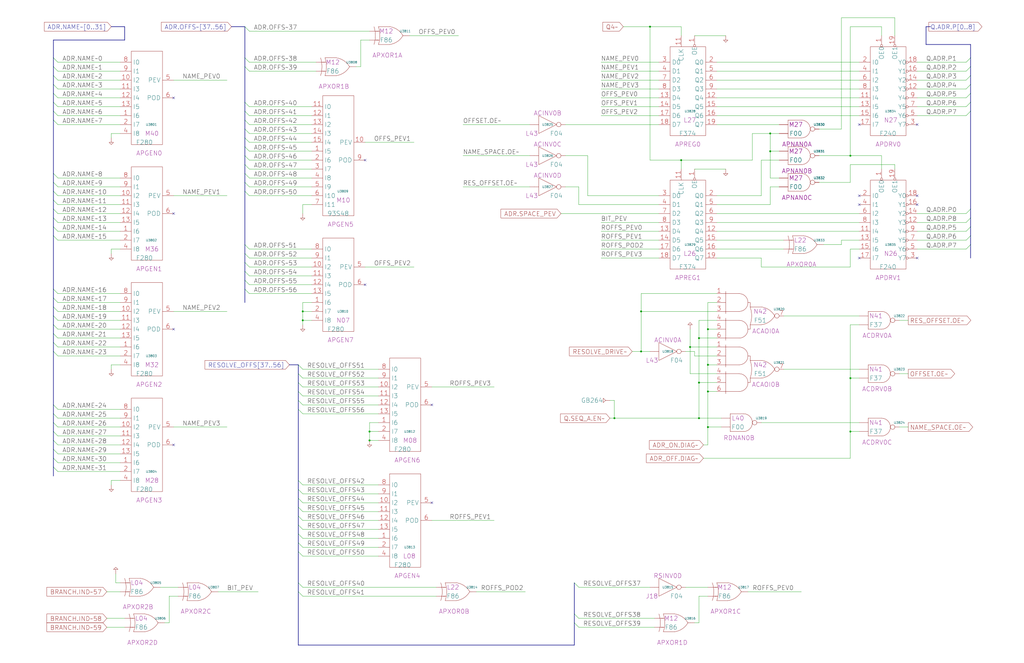
<source format=kicad_sch>
(kicad_sch (version 20221004) (generator eeschema)
  (paper "User" 584.2 378.46)
  (title_block (title "MEMORY ADDRESS PARITY") (date "22-MAY-90") (rev "1.0") (comment 1 "SEQUENCER") (comment 2 "232-003064") (comment 3 "S400") (comment 4 "RELEASED"))
  (junction (at 172.72 182.88))
  (junction (at 398.78 218.44))
  (junction (at 370.84 15.24))
  (junction (at 485.14 88.9))
  (junction (at 403.86 208.28))
  (junction (at 403.86 187.96))
  (junction (at 485.14 246.38))
  (junction (at 388.62 91.44))
  (junction (at 365.76 177.8))
  (junction (at 210.82 251.46))
  (junction (at 210.82 246.38))
  (junction (at 172.72 177.8))
  (junction (at 398.78 193.04))
  (junction (at 403.86 223.52))
  (junction (at 439.42 86.36))
  (junction (at 439.42 76.2))
  (junction (at 398.78 238.76))
  (junction (at 485.14 215.9))
  (junction (at 393.7 198.12))
  (junction (at 403.86 243.84))
  (junction (at 350.52 238.76))
  (junction (at 365.76 200.66))
  (no_connect (at 490.22 71.12))
  (no_connect (at 490.22 111.76))
  (no_connect (at 99.06 121.92))
  (no_connect (at 523.24 116.84))
  (no_connect (at 523.24 147.32))
  (no_connect (at 208.28 91.44))
  (no_connect (at 523.24 71.12))
  (no_connect (at 99.06 187.96))
  (no_connect (at 99.06 254))
  (no_connect (at 490.22 116.84))
  (no_connect (at 208.28 162.56))
  (no_connect (at 246.38 231.14))
  (no_connect (at 523.24 111.76))
  (no_connect (at 246.38 287.02))
  (no_connect (at 490.22 147.32))
  (no_connect (at 99.06 55.88))
  (bus_entry (at 30.48 38.1) (size 2.54 2.54))
  (bus_entry (at 170.18 314.96) (size 2.54 2.54))
  (bus_entry (at 139.7 99.06) (size 2.54 2.54))
  (bus_entry (at 30.48 241.3) (size 2.54 2.54))
  (bus_entry (at 139.7 154.94) (size 2.54 2.54))
  (bus_entry (at 170.18 294.64) (size 2.54 2.54))
  (bus_entry (at 553.72 139.7) (size -2.54 2.54))
  (bus_entry (at 170.18 223.52) (size 2.54 2.54))
  (bus_entry (at 139.7 104.14) (size 2.54 2.54))
  (bus_entry (at 170.18 279.4) (size 2.54 2.54))
  (bus_entry (at 553.72 124.46) (size -2.54 2.54))
  (bus_entry (at 139.7 68.58) (size 2.54 2.54))
  (bus_entry (at 139.7 73.66) (size 2.54 2.54))
  (bus_entry (at 30.48 43.18) (size 2.54 2.54))
  (bus_entry (at 30.48 99.06) (size 2.54 2.54))
  (bus_entry (at 30.48 33.02) (size 2.54 2.54))
  (bus_entry (at 327.66 350.52) (size 2.54 2.54))
  (bus_entry (at 553.72 48.26) (size -2.54 2.54))
  (bus_entry (at 327.66 332.74) (size 2.54 2.54))
  (bus_entry (at 139.7 15.24) (size 2.54 2.54))
  (bus_entry (at 139.7 139.7) (size 2.54 2.54))
  (bus_entry (at 30.48 119.38) (size 2.54 2.54))
  (bus_entry (at 30.48 134.62) (size 2.54 2.54))
  (bus_entry (at 139.7 88.9) (size 2.54 2.54))
  (bus_entry (at 139.7 63.5) (size 2.54 2.54))
  (bus_entry (at 170.18 233.68) (size 2.54 2.54))
  (bus_entry (at 170.18 274.32) (size 2.54 2.54))
  (bus_entry (at 30.48 109.22) (size 2.54 2.54))
  (bus_entry (at 30.48 175.26) (size 2.54 2.54))
  (bus_entry (at 170.18 218.44) (size 2.54 2.54))
  (bus_entry (at 170.18 284.48) (size 2.54 2.54))
  (bus_entry (at 30.48 195.58) (size 2.54 2.54))
  (bus_entry (at 30.48 58.42) (size 2.54 2.54))
  (bus_entry (at 30.48 129.54) (size 2.54 2.54))
  (bus_entry (at 139.7 38.1) (size 2.54 2.54))
  (bus_entry (at 30.48 190.5) (size 2.54 2.54))
  (bus_entry (at 30.48 68.58) (size 2.54 2.54))
  (bus_entry (at 30.48 266.7) (size 2.54 2.54))
  (bus_entry (at 170.18 289.56) (size 2.54 2.54))
  (bus_entry (at 170.18 208.28) (size 2.54 2.54))
  (bus_entry (at 553.72 129.54) (size -2.54 2.54))
  (bus_entry (at 553.72 38.1) (size -2.54 2.54))
  (bus_entry (at 139.7 83.82) (size 2.54 2.54))
  (bus_entry (at 170.18 332.74) (size 2.54 2.54))
  (bus_entry (at 30.48 180.34) (size 2.54 2.54))
  (bus_entry (at 30.48 236.22) (size 2.54 2.54))
  (bus_entry (at 30.48 170.18) (size 2.54 2.54))
  (bus_entry (at 30.48 63.5) (size 2.54 2.54))
  (bus_entry (at 30.48 53.34) (size 2.54 2.54))
  (bus_entry (at 170.18 228.6) (size 2.54 2.54))
  (bus_entry (at 30.48 185.42) (size 2.54 2.54))
  (bus_entry (at 30.48 251.46) (size 2.54 2.54))
  (bus_entry (at 30.48 104.14) (size 2.54 2.54))
  (bus_entry (at 170.18 304.8) (size 2.54 2.54))
  (bus_entry (at 553.72 134.62) (size -2.54 2.54))
  (bus_entry (at 30.48 124.46) (size 2.54 2.54))
  (bus_entry (at 170.18 337.82) (size 2.54 2.54))
  (bus_entry (at 139.7 160.02) (size 2.54 2.54))
  (bus_entry (at 30.48 256.54) (size 2.54 2.54))
  (bus_entry (at 327.66 355.6) (size 2.54 2.54))
  (bus_entry (at 170.18 213.36) (size 2.54 2.54))
  (bus_entry (at 30.48 200.66) (size 2.54 2.54))
  (bus_entry (at 30.48 261.62) (size 2.54 2.54))
  (bus_entry (at 170.18 309.88) (size 2.54 2.54))
  (bus_entry (at 139.7 144.78) (size 2.54 2.54))
  (bus_entry (at 553.72 33.02) (size -2.54 2.54))
  (bus_entry (at 170.18 299.72) (size 2.54 2.54))
  (bus_entry (at 553.72 58.42) (size -2.54 2.54))
  (bus_entry (at 553.72 53.34) (size -2.54 2.54))
  (bus_entry (at 139.7 33.02) (size 2.54 2.54))
  (bus_entry (at 553.72 43.18) (size -2.54 2.54))
  (bus_entry (at 139.7 149.86) (size 2.54 2.54))
  (bus_entry (at 30.48 114.3) (size 2.54 2.54))
  (bus_entry (at 139.7 78.74) (size 2.54 2.54))
  (bus_entry (at 139.7 109.22) (size 2.54 2.54))
  (bus_entry (at 139.7 93.98) (size 2.54 2.54))
  (bus_entry (at 553.72 119.38) (size -2.54 2.54))
  (bus_entry (at 30.48 231.14) (size 2.54 2.54))
  (bus_entry (at 553.72 63.5) (size -2.54 2.54))
  (bus_entry (at 30.48 246.38) (size 2.54 2.54))
  (bus_entry (at 139.7 165.1) (size 2.54 2.54))
  (bus_entry (at 30.48 48.26) (size 2.54 2.54))
  (bus_entry (at 30.48 165.1) (size 2.54 2.54))
  (bus_entry (at 139.7 58.42) (size 2.54 2.54))
  (wire (pts (xy 63.5 208.28) (xy 63.5 210.82)))
  (wire (pts (xy 142.24 71.12) (xy 177.8 71.12)))
  (wire (pts (xy 480.06 137.16) (xy 490.22 137.16)))
  (bus (pts (xy 30.48 180.34) (xy 30.48 185.42)))
  (wire (pts (xy 142.24 106.68) (xy 177.8 106.68)))
  (wire (pts (xy 322.58 71.12) (xy 375.92 71.12)))
  (wire (pts (xy 467.36 88.9) (xy 485.14 88.9)))
  (wire (pts (xy 447.04 210.82) (xy 490.22 210.82)))
  (wire (pts (xy 408.94 121.92) (xy 490.22 121.92)))
  (wire (pts (xy 33.02 203.2) (xy 68.58 203.2)))
  (wire (pts (xy 68.58 274.32) (xy 63.5 274.32)))
  (wire (pts (xy 172.72 177.8) (xy 172.72 182.88)))
  (bus (pts (xy 553.72 43.18) (xy 553.72 48.26)))
  (wire (pts (xy 396.24 96.52) (xy 414.02 96.52)))
  (wire (pts (xy 485.14 15.24) (xy 502.92 15.24)))
  (wire (pts (xy 33.02 45.72) (xy 68.58 45.72)))
  (wire (pts (xy 142.24 17.78) (xy 210.82 17.78)))
  (bus (pts (xy 30.48 43.18) (xy 30.48 48.26)))
  (wire (pts (xy 210.82 22.86) (xy 205.74 22.86)))
  (wire (pts (xy 398.78 218.44) (xy 408.94 218.44)))
  (wire (pts (xy 408.94 35.56) (xy 490.22 35.56)))
  (wire (pts (xy 502.92 88.9) (xy 502.92 96.52)))
  (wire (pts (xy 485.14 261.62) (xy 485.14 246.38)))
  (wire (pts (xy 403.86 223.52) (xy 403.86 243.84)))
  (wire (pts (xy 388.62 91.44) (xy 429.26 91.44)))
  (bus (pts (xy 139.7 88.9) (xy 139.7 93.98)))
  (wire (pts (xy 523.24 66.04) (xy 551.18 66.04)))
  (bus (pts (xy 170.18 274.32) (xy 170.18 279.4)))
  (wire (pts (xy 485.14 152.4) (xy 485.14 142.24)))
  (wire (pts (xy 246.38 297.18) (xy 281.94 297.18)))
  (bus (pts (xy 30.48 256.54) (xy 30.48 261.62)))
  (wire (pts (xy 355.6 15.24) (xy 370.84 15.24)))
  (bus (pts (xy 30.48 175.26) (xy 30.48 180.34)))
  (wire (pts (xy 388.62 91.44) (xy 370.84 91.44)))
  (wire (pts (xy 203.2 38.1) (xy 205.74 38.1)))
  (wire (pts (xy 513.08 243.84) (xy 518.16 243.84)))
  (wire (pts (xy 485.14 246.38) (xy 485.14 215.9)))
  (wire (pts (xy 172.72 276.86) (xy 215.9 276.86)))
  (wire (pts (xy 391.16 335.28) (xy 403.86 335.28)))
  (wire (pts (xy 33.02 187.96) (xy 68.58 187.96)))
  (bus (pts (xy 553.72 25.4) (xy 528.32 25.4)))
  (bus (pts (xy 327.66 350.52) (xy 327.66 355.6)))
  (bus (pts (xy 71.12 15.24) (xy 71.12 22.86)))
  (wire (pts (xy 370.84 91.44) (xy 370.84 15.24)))
  (wire (pts (xy 444.5 101.6) (xy 439.42 101.6)))
  (bus (pts (xy 553.72 119.38) (xy 553.72 124.46)))
  (wire (pts (xy 408.94 208.28) (xy 403.86 208.28)))
  (wire (pts (xy 396.24 200.66) (xy 396.24 203.2)))
  (wire (pts (xy 264.16 106.68) (xy 302.26 106.68)))
  (wire (pts (xy 99.06 177.8) (xy 129.54 177.8)))
  (bus (pts (xy 553.72 48.26) (xy 553.72 53.34)))
  (wire (pts (xy 469.9 139.7) (xy 480.06 139.7)))
  (wire (pts (xy 391.16 200.66) (xy 396.24 200.66)))
  (wire (pts (xy 485.14 185.42) (xy 490.22 185.42)))
  (wire (pts (xy 403.86 187.96) (xy 403.86 172.72)))
  (bus (pts (xy 553.72 38.1) (xy 553.72 43.18)))
  (wire (pts (xy 63.5 142.24) (xy 63.5 144.78)))
  (wire (pts (xy 398.78 193.04) (xy 408.94 193.04)))
  (wire (pts (xy 398.78 218.44) (xy 398.78 238.76)))
  (bus (pts (xy 170.18 213.36) (xy 170.18 218.44)))
  (bus (pts (xy 139.7 58.42) (xy 139.7 63.5)))
  (wire (pts (xy 246.38 220.98) (xy 281.94 220.98)))
  (wire (pts (xy 439.42 116.84) (xy 439.42 106.68)))
  (wire (pts (xy 33.02 233.68) (xy 68.58 233.68)))
  (wire (pts (xy 401.32 254) (xy 403.86 254)))
  (wire (pts (xy 91.44 335.28) (xy 101.6 335.28)))
  (wire (pts (xy 347.98 228.6) (xy 350.52 228.6)))
  (wire (pts (xy 434.34 241.3) (xy 490.22 241.3)))
  (wire (pts (xy 142.24 147.32) (xy 177.8 147.32)))
  (bus (pts (xy 30.48 68.58) (xy 30.48 99.06)))
  (bus (pts (xy 170.18 208.28) (xy 170.18 213.36)))
  (wire (pts (xy 439.42 76.2) (xy 444.5 76.2)))
  (bus (pts (xy 30.48 63.5) (xy 30.48 68.58)))
  (wire (pts (xy 271.78 337.82) (xy 299.72 337.82)))
  (wire (pts (xy 485.14 215.9) (xy 485.14 185.42)))
  (wire (pts (xy 523.24 40.64) (xy 551.18 40.64)))
  (wire (pts (xy 396.24 20.32) (xy 414.02 20.32)))
  (bus (pts (xy 553.72 124.46) (xy 553.72 129.54)))
  (bus (pts (xy 553.72 134.62) (xy 553.72 139.7)))
  (wire (pts (xy 177.8 172.72) (xy 172.72 172.72)))
  (bus (pts (xy 327.66 368.3) (xy 170.18 368.3)))
  (wire (pts (xy 172.72 307.34) (xy 215.9 307.34)))
  (bus (pts (xy 30.48 129.54) (xy 30.48 134.62)))
  (wire (pts (xy 172.72 297.18) (xy 215.9 297.18)))
  (bus (pts (xy 553.72 129.54) (xy 553.72 134.62)))
  (wire (pts (xy 330.2 358.14) (xy 373.38 358.14)))
  (bus (pts (xy 30.48 33.02) (xy 30.48 38.1)))
  (wire (pts (xy 350.52 228.6) (xy 350.52 238.76)))
  (wire (pts (xy 408.94 66.04) (xy 490.22 66.04)))
  (wire (pts (xy 439.42 86.36) (xy 444.5 86.36)))
  (wire (pts (xy 523.24 45.72) (xy 551.18 45.72)))
  (wire (pts (xy 215.9 241.3) (xy 210.82 241.3)))
  (wire (pts (xy 408.94 55.88) (xy 490.22 55.88)))
  (bus (pts (xy 30.48 109.22) (xy 30.48 114.3)))
  (wire (pts (xy 408.94 60.96) (xy 490.22 60.96)))
  (bus (pts (xy 139.7 144.78) (xy 139.7 149.86)))
  (wire (pts (xy 172.72 220.98) (xy 215.9 220.98)))
  (wire (pts (xy 408.94 213.36) (xy 393.7 213.36)))
  (wire (pts (xy 142.24 35.56) (xy 180.34 35.56)))
  (bus (pts (xy 170.18 233.68) (xy 170.18 274.32)))
  (wire (pts (xy 342.9 142.24) (xy 375.92 142.24)))
  (wire (pts (xy 330.2 116.84) (xy 375.92 116.84)))
  (wire (pts (xy 172.72 340.36) (xy 248.92 340.36)))
  (wire (pts (xy 172.72 317.5) (xy 215.9 317.5)))
  (wire (pts (xy 33.02 35.56) (xy 68.58 35.56)))
  (wire (pts (xy 33.02 137.16) (xy 68.58 137.16)))
  (bus (pts (xy 30.48 241.3) (xy 30.48 246.38)))
  (wire (pts (xy 403.86 243.84) (xy 403.86 254)))
  (bus (pts (xy 30.48 200.66) (xy 30.48 231.14)))
  (wire (pts (xy 210.82 246.38) (xy 210.82 251.46)))
  (wire (pts (xy 408.94 45.72) (xy 490.22 45.72)))
  (wire (pts (xy 33.02 121.92) (xy 68.58 121.92)))
  (bus (pts (xy 553.72 53.34) (xy 553.72 58.42)))
  (wire (pts (xy 33.02 198.12) (xy 68.58 198.12)))
  (wire (pts (xy 172.72 281.94) (xy 215.9 281.94)))
  (wire (pts (xy 403.86 208.28) (xy 403.86 187.96)))
  (wire (pts (xy 33.02 167.64) (xy 68.58 167.64)))
  (bus (pts (xy 139.7 160.02) (xy 139.7 165.1)))
  (wire (pts (xy 408.94 147.32) (xy 434.34 147.32)))
  (wire (pts (xy 142.24 91.44) (xy 177.8 91.44)))
  (wire (pts (xy 172.72 177.8) (xy 177.8 177.8)))
  (wire (pts (xy 388.62 96.52) (xy 388.62 91.44)))
  (wire (pts (xy 60.96 358.14) (xy 71.12 358.14)))
  (bus (pts (xy 327.66 355.6) (xy 327.66 368.3)))
  (wire (pts (xy 233.68 20.32) (xy 261.62 20.32)))
  (wire (pts (xy 434.34 152.4) (xy 485.14 152.4)))
  (wire (pts (xy 434.34 111.76) (xy 434.34 91.44)))
  (bus (pts (xy 528.32 15.24) (xy 530.86 15.24)))
  (wire (pts (xy 210.82 251.46) (xy 215.9 251.46)))
  (wire (pts (xy 172.72 210.82) (xy 215.9 210.82)))
  (bus (pts (xy 139.7 63.5) (xy 139.7 68.58)))
  (bus (pts (xy 30.48 231.14) (xy 30.48 236.22)))
  (bus (pts (xy 170.18 218.44) (xy 170.18 223.52)))
  (bus (pts (xy 139.7 99.06) (xy 139.7 104.14)))
  (wire (pts (xy 172.72 231.14) (xy 215.9 231.14)))
  (wire (pts (xy 429.26 91.44) (xy 429.26 76.2)))
  (bus (pts (xy 165.1 208.28) (xy 170.18 208.28)))
  (wire (pts (xy 408.94 127) (xy 490.22 127)))
  (wire (pts (xy 403.86 223.52) (xy 403.86 208.28)))
  (bus (pts (xy 139.7 78.74) (xy 139.7 83.82)))
  (bus (pts (xy 139.7 165.1) (xy 139.7 172.72)))
  (wire (pts (xy 396.24 203.2) (xy 408.94 203.2)))
  (wire (pts (xy 33.02 50.8) (xy 68.58 50.8)))
  (bus (pts (xy 528.32 25.4) (xy 528.32 15.24)))
  (wire (pts (xy 439.42 86.36) (xy 439.42 76.2)))
  (wire (pts (xy 434.34 147.32) (xy 434.34 152.4)))
  (bus (pts (xy 170.18 332.74) (xy 170.18 337.82)))
  (bus (pts (xy 30.48 53.34) (xy 30.48 58.42)))
  (wire (pts (xy 124.46 337.82) (xy 147.32 337.82)))
  (wire (pts (xy 408.94 198.12) (xy 393.7 198.12)))
  (wire (pts (xy 264.16 71.12) (xy 302.26 71.12)))
  (wire (pts (xy 403.86 340.36) (xy 398.78 340.36)))
  (wire (pts (xy 210.82 241.3) (xy 210.82 246.38)))
  (wire (pts (xy 172.72 182.88) (xy 172.72 185.42)))
  (wire (pts (xy 360.68 200.66) (xy 365.76 200.66)))
  (wire (pts (xy 365.76 167.64) (xy 408.94 167.64)))
  (bus (pts (xy 132.08 15.24) (xy 139.7 15.24)))
  (wire (pts (xy 342.9 132.08) (xy 375.92 132.08)))
  (bus (pts (xy 139.7 139.7) (xy 139.7 144.78)))
  (wire (pts (xy 322.58 88.9) (xy 335.28 88.9)))
  (wire (pts (xy 172.72 287.02) (xy 215.9 287.02)))
  (wire (pts (xy 523.24 60.96) (xy 551.18 60.96)))
  (wire (pts (xy 523.24 132.08) (xy 551.18 132.08)))
  (wire (pts (xy 172.72 236.22) (xy 215.9 236.22)))
  (wire (pts (xy 523.24 137.16) (xy 551.18 137.16)))
  (wire (pts (xy 439.42 106.68) (xy 444.5 106.68)))
  (wire (pts (xy 60.96 353.06) (xy 71.12 353.06)))
  (wire (pts (xy 33.02 177.8) (xy 68.58 177.8)))
  (wire (pts (xy 177.8 116.84) (xy 172.72 116.84)))
  (bus (pts (xy 553.72 139.7) (xy 553.72 147.32)))
  (bus (pts (xy 139.7 33.02) (xy 139.7 38.1)))
  (bus (pts (xy 139.7 15.24) (xy 139.7 33.02)))
  (bus (pts (xy 170.18 309.88) (xy 170.18 314.96)))
  (bus (pts (xy 553.72 58.42) (xy 553.72 63.5)))
  (wire (pts (xy 350.52 238.76) (xy 398.78 238.76)))
  (bus (pts (xy 30.48 114.3) (xy 30.48 119.38)))
  (wire (pts (xy 142.24 40.64) (xy 180.34 40.64)))
  (wire (pts (xy 485.14 104.14) (xy 485.14 93.98)))
  (wire (pts (xy 172.72 302.26) (xy 215.9 302.26)))
  (wire (pts (xy 485.14 93.98) (xy 510.54 93.98)))
  (bus (pts (xy 30.48 246.38) (xy 30.48 251.46)))
  (wire (pts (xy 172.72 335.28) (xy 248.92 335.28)))
  (bus (pts (xy 30.48 170.18) (xy 30.48 175.26)))
  (bus (pts (xy 139.7 149.86) (xy 139.7 154.94)))
  (bus (pts (xy 30.48 251.46) (xy 30.48 256.54)))
  (bus (pts (xy 139.7 104.14) (xy 139.7 109.22)))
  (bus (pts (xy 30.48 236.22) (xy 30.48 241.3)))
  (wire (pts (xy 523.24 35.56) (xy 551.18 35.56)))
  (wire (pts (xy 142.24 60.96) (xy 177.8 60.96)))
  (wire (pts (xy 396.24 355.6) (xy 398.78 355.6)))
  (wire (pts (xy 142.24 66.04) (xy 177.8 66.04)))
  (wire (pts (xy 142.24 111.76) (xy 177.8 111.76)))
  (bus (pts (xy 139.7 73.66) (xy 139.7 78.74)))
  (bus (pts (xy 30.48 104.14) (xy 30.48 109.22)))
  (wire (pts (xy 96.52 355.6) (xy 96.52 340.36)))
  (wire (pts (xy 485.14 88.9) (xy 485.14 15.24)))
  (wire (pts (xy 342.9 60.96) (xy 375.92 60.96)))
  (wire (pts (xy 335.28 111.76) (xy 375.92 111.76)))
  (bus (pts (xy 30.48 261.62) (xy 30.48 266.7)))
  (wire (pts (xy 398.78 238.76) (xy 411.48 238.76)))
  (bus (pts (xy 30.48 22.86) (xy 30.48 33.02)))
  (wire (pts (xy 523.24 55.88) (xy 551.18 55.88)))
  (wire (pts (xy 142.24 152.4) (xy 177.8 152.4)))
  (wire (pts (xy 408.94 182.88) (xy 398.78 182.88)))
  (wire (pts (xy 342.9 137.16) (xy 375.92 137.16)))
  (wire (pts (xy 33.02 55.88) (xy 68.58 55.88)))
  (wire (pts (xy 142.24 162.56) (xy 177.8 162.56)))
  (bus (pts (xy 30.48 266.7) (xy 30.48 271.78)))
  (wire (pts (xy 208.28 152.4) (xy 236.22 152.4)))
  (wire (pts (xy 510.54 93.98) (xy 510.54 96.52)))
  (bus (pts (xy 170.18 279.4) (xy 170.18 284.48)))
  (wire (pts (xy 172.72 116.84) (xy 172.72 121.92)))
  (wire (pts (xy 365.76 200.66) (xy 365.76 177.8)))
  (wire (pts (xy 208.28 81.28) (xy 236.22 81.28)))
  (wire (pts (xy 93.98 355.6) (xy 96.52 355.6)))
  (bus (pts (xy 170.18 223.52) (xy 170.18 228.6)))
  (wire (pts (xy 370.84 15.24) (xy 388.62 15.24)))
  (wire (pts (xy 523.24 121.92) (xy 551.18 121.92)))
  (bus (pts (xy 30.48 99.06) (xy 30.48 104.14)))
  (wire (pts (xy 485.14 246.38) (xy 490.22 246.38)))
  (bus (pts (xy 170.18 289.56) (xy 170.18 294.64)))
  (bus (pts (xy 139.7 83.82) (xy 139.7 88.9)))
  (bus (pts (xy 30.48 38.1) (xy 30.48 43.18)))
  (wire (pts (xy 33.02 106.68) (xy 68.58 106.68)))
  (wire (pts (xy 429.26 76.2) (xy 439.42 76.2)))
  (wire (pts (xy 33.02 71.12) (xy 68.58 71.12)))
  (wire (pts (xy 342.9 35.56) (xy 375.92 35.56)))
  (wire (pts (xy 480.06 139.7) (xy 480.06 137.16)))
  (bus (pts (xy 170.18 304.8) (xy 170.18 309.88)))
  (bus (pts (xy 71.12 22.86) (xy 30.48 22.86)))
  (wire (pts (xy 485.14 215.9) (xy 490.22 215.9)))
  (wire (pts (xy 33.02 269.24) (xy 68.58 269.24)))
  (wire (pts (xy 393.7 198.12) (xy 393.7 187.96)))
  (wire (pts (xy 398.78 340.36) (xy 398.78 355.6)))
  (bus (pts (xy 139.7 154.94) (xy 139.7 160.02)))
  (wire (pts (xy 401.32 261.62) (xy 485.14 261.62)))
  (bus (pts (xy 139.7 109.22) (xy 139.7 139.7)))
  (wire (pts (xy 172.72 172.72) (xy 172.72 177.8)))
  (wire (pts (xy 510.54 10.16) (xy 510.54 20.32)))
  (wire (pts (xy 99.06 45.72) (xy 129.54 45.72)))
  (wire (pts (xy 388.62 15.24) (xy 388.62 20.32)))
  (wire (pts (xy 60.96 337.82) (xy 68.58 337.82)))
  (wire (pts (xy 33.02 132.08) (xy 68.58 132.08)))
  (wire (pts (xy 330.2 106.68) (xy 330.2 116.84)))
  (bus (pts (xy 327.66 332.74) (xy 327.66 350.52)))
  (wire (pts (xy 172.72 215.9) (xy 215.9 215.9)))
  (wire (pts (xy 68.58 76.2) (xy 63.5 76.2)))
  (bus (pts (xy 30.48 190.5) (xy 30.48 195.58)))
  (wire (pts (xy 63.5 76.2) (xy 63.5 78.74)))
  (wire (pts (xy 33.02 259.08) (xy 68.58 259.08)))
  (wire (pts (xy 502.92 15.24) (xy 502.92 20.32)))
  (wire (pts (xy 347.98 238.76) (xy 350.52 238.76)))
  (wire (pts (xy 142.24 101.6) (xy 177.8 101.6)))
  (wire (pts (xy 523.24 127) (xy 551.18 127)))
  (wire (pts (xy 408.94 40.64) (xy 490.22 40.64)))
  (wire (pts (xy 365.76 177.8) (xy 408.94 177.8)))
  (wire (pts (xy 33.02 60.96) (xy 68.58 60.96)))
  (wire (pts (xy 426.72 337.82) (xy 457.2 337.82)))
  (bus (pts (xy 170.18 337.82) (xy 170.18 368.3)))
  (wire (pts (xy 33.02 127) (xy 68.58 127)))
  (wire (pts (xy 447.04 180.34) (xy 490.22 180.34)))
  (bus (pts (xy 553.72 63.5) (xy 553.72 119.38)))
  (bus (pts (xy 553.72 33.02) (xy 553.72 38.1)))
  (wire (pts (xy 99.06 243.84) (xy 129.54 243.84)))
  (wire (pts (xy 33.02 243.84) (xy 68.58 243.84)))
  (wire (pts (xy 205.74 22.86) (xy 205.74 38.1)))
  (wire (pts (xy 33.02 101.6) (xy 68.58 101.6)))
  (wire (pts (xy 33.02 248.92) (xy 68.58 248.92)))
  (wire (pts (xy 342.9 50.8) (xy 375.92 50.8)))
  (wire (pts (xy 172.72 292.1) (xy 215.9 292.1)))
  (bus (pts (xy 170.18 228.6) (xy 170.18 233.68)))
  (wire (pts (xy 142.24 76.2) (xy 177.8 76.2)))
  (wire (pts (xy 330.2 335.28) (xy 370.84 335.28)))
  (wire (pts (xy 320.04 121.92) (xy 375.92 121.92)))
  (wire (pts (xy 96.52 340.36) (xy 101.6 340.36)))
  (wire (pts (xy 480.06 10.16) (xy 510.54 10.16)))
  (wire (pts (xy 403.86 187.96) (xy 408.94 187.96)))
  (bus (pts (xy 30.48 195.58) (xy 30.48 200.66)))
  (wire (pts (xy 403.86 172.72) (xy 408.94 172.72)))
  (wire (pts (xy 342.9 45.72) (xy 375.92 45.72)))
  (bus (pts (xy 139.7 68.58) (xy 139.7 73.66)))
  (wire (pts (xy 210.82 246.38) (xy 215.9 246.38)))
  (wire (pts (xy 33.02 264.16) (xy 68.58 264.16)))
  (wire (pts (xy 142.24 86.36) (xy 177.8 86.36)))
  (wire (pts (xy 342.9 66.04) (xy 375.92 66.04)))
  (bus (pts (xy 30.48 124.46) (xy 30.48 129.54)))
  (wire (pts (xy 99.06 111.76) (xy 129.54 111.76)))
  (bus (pts (xy 139.7 38.1) (xy 139.7 58.42)))
  (wire (pts (xy 33.02 172.72) (xy 68.58 172.72)))
  (bus (pts (xy 553.72 25.4) (xy 553.72 33.02)))
  (wire (pts (xy 68.58 332.74) (xy 66.04 332.74)))
  (wire (pts (xy 33.02 238.76) (xy 68.58 238.76)))
  (wire (pts (xy 398.78 182.88) (xy 398.78 193.04)))
  (wire (pts (xy 142.24 96.52) (xy 177.8 96.52)))
  (wire (pts (xy 33.02 193.04) (xy 68.58 193.04)))
  (wire (pts (xy 335.28 88.9) (xy 335.28 111.76)))
  (wire (pts (xy 408.94 137.16) (xy 447.04 137.16)))
  (wire (pts (xy 33.02 182.88) (xy 68.58 182.88)))
  (wire (pts (xy 434.34 91.44) (xy 444.5 91.44)))
  (wire (pts (xy 63.5 274.32) (xy 63.5 276.86)))
  (wire (pts (xy 480.06 73.66) (xy 480.06 10.16)))
  (bus (pts (xy 139.7 93.98) (xy 139.7 99.06)))
  (wire (pts (xy 485.14 142.24) (xy 490.22 142.24)))
  (wire (pts (xy 172.72 312.42) (xy 215.9 312.42)))
  (bus (pts (xy 170.18 284.48) (xy 170.18 289.56)))
  (wire (pts (xy 513.08 213.36) (xy 518.16 213.36)))
  (bus (pts (xy 30.48 58.42) (xy 30.48 63.5)))
  (wire (pts (xy 513.08 182.88) (xy 518.16 182.88)))
  (wire (pts (xy 467.36 73.66) (xy 480.06 73.66)))
  (bus (pts (xy 30.48 165.1) (xy 30.48 170.18)))
  (wire (pts (xy 523.24 142.24) (xy 551.18 142.24)))
  (wire (pts (xy 485.14 88.9) (xy 502.92 88.9)))
  (wire (pts (xy 408.94 111.76) (xy 434.34 111.76)))
  (wire (pts (xy 411.48 243.84) (xy 403.86 243.84)))
  (wire (pts (xy 142.24 157.48) (xy 177.8 157.48)))
  (wire (pts (xy 142.24 142.24) (xy 177.8 142.24)))
  (bus (pts (xy 30.48 48.26) (xy 30.48 53.34)))
  (wire (pts (xy 342.9 127) (xy 375.92 127)))
  (wire (pts (xy 172.72 182.88) (xy 177.8 182.88)))
  (wire (pts (xy 467.36 104.14) (xy 485.14 104.14)))
  (bus (pts (xy 30.48 134.62) (xy 30.48 165.1)))
  (wire (pts (xy 408.94 116.84) (xy 439.42 116.84)))
  (wire (pts (xy 33.02 116.84) (xy 68.58 116.84)))
  (bus (pts (xy 30.48 119.38) (xy 30.48 124.46)))
  (wire (pts (xy 142.24 81.28) (xy 177.8 81.28)))
  (wire (pts (xy 142.24 167.64) (xy 177.8 167.64)))
  (wire (pts (xy 342.9 147.32) (xy 375.92 147.32)))
  (wire (pts (xy 68.58 208.28) (xy 63.5 208.28)))
  (wire (pts (xy 322.58 106.68) (xy 330.2 106.68)))
  (wire (pts (xy 33.02 111.76) (xy 68.58 111.76)))
  (wire (pts (xy 408.94 132.08) (xy 490.22 132.08)))
  (wire (pts (xy 408.94 142.24) (xy 447.04 142.24)))
  (wire (pts (xy 264.16 88.9) (xy 302.26 88.9)))
  (wire (pts (xy 172.72 226.06) (xy 215.9 226.06)))
  (wire (pts (xy 33.02 66.04) (xy 68.58 66.04)))
  (wire (pts (xy 439.42 101.6) (xy 439.42 86.36)))
  (wire (pts (xy 408.94 71.12) (xy 444.5 71.12)))
  (wire (pts (xy 370.84 200.66) (xy 365.76 200.66)))
  (wire (pts (xy 33.02 254) (xy 68.58 254)))
  (bus (pts (xy 170.18 314.96) (xy 170.18 332.74)))
  (wire (pts (xy 342.9 40.64) (xy 375.92 40.64)))
  (bus (pts (xy 170.18 294.64) (xy 170.18 299.72)))
  (wire (pts (xy 398.78 193.04) (xy 398.78 218.44)))
  (wire (pts (xy 523.24 50.8) (xy 551.18 50.8)))
  (wire (pts (xy 408.94 223.52) (xy 403.86 223.52)))
  (bus (pts (xy 63.5 15.24) (xy 71.12 15.24)))
  (wire (pts (xy 393.7 213.36) (xy 393.7 198.12)))
  (bus (pts (xy 30.48 185.42) (xy 30.48 190.5)))
  (wire (pts (xy 33.02 40.64) (xy 68.58 40.64)))
  (wire (pts (xy 68.58 142.24) (xy 63.5 142.24)))
  (wire (pts (xy 365.76 177.8) (xy 365.76 167.64)))
  (wire (pts (xy 66.04 332.74) (xy 66.04 327.66)))
  (wire (pts (xy 330.2 353.06) (xy 373.38 353.06)))
  (wire (pts (xy 408.94 50.8) (xy 490.22 50.8)))
  (wire (pts (xy 342.9 55.88) (xy 375.92 55.88)))
  (bus (pts (xy 170.18 299.72) (xy 170.18 304.8)))
  (label "Q.ADR.P7" (at 528.32 142.24 0) (effects (font (size 2.54 2.54))))
  (label "Q.ADR.P1" (at 528.32 35.56 0) (effects (font (size 2.54 2.54))))
  (label "ADR.NAME~22" (at 35.56 198.12 0) (effects (font (size 2.54 2.54))))
  (label "NAME_PEV0" (at 342.9 35.56 0) (effects (font (size 2.54 2.54))))
  (label "OFFS_PEV2" (at 342.9 66.04 0) (effects (font (size 2.54 2.54))))
  (label "NAME_PEV0" (at 104.14 45.72 0) (effects (font (size 2.54 2.54))))
  (label "ROFFS_POD2" (at 274.32 337.82 0) (effects (font (size 2.54 2.54))))
  (label "ADR.NAME~11" (at 35.56 116.84 0) (effects (font (size 2.54 2.54))))
  (label "ADR.NAME~0" (at 35.56 35.56 0) (effects (font (size 2.54 2.54))))
  (label "RES_OFFSET.OE~" (at 264.16 106.68 0) (effects (font (size 2.54 2.54))))
  (label "ADR.NAME~1" (at 35.56 40.64 0) (effects (font (size 2.54 2.54))))
  (label "RESOLVE_OFFS53" (at 175.26 220.98 0) (effects (font (size 2.54 2.54))))
  (label "ADR.NAME~4" (at 35.56 55.88 0) (effects (font (size 2.54 2.54))))
  (label "ADR.NAME~30" (at 35.56 264.16 0) (effects (font (size 2.54 2.54))))
  (label "NAME_PEV3" (at 342.9 50.8 0) (effects (font (size 2.54 2.54))))
  (label "ADR.OFFS~41" (at 144.78 66.04 0) (effects (font (size 2.54 2.54))))
  (label "BIT_PEV" (at 129.54 337.82 0) (effects (font (size 2.54 2.54))))
  (label "ADR.OFFS~46" (at 144.78 91.44 0) (effects (font (size 2.54 2.54))))
  (label "RESOLVE_OFFS50" (at 175.26 317.5 0) (effects (font (size 2.54 2.54))))
  (label "RESOLVE_OFFS39" (at 332.74 358.14 0) (effects (font (size 2.54 2.54))))
  (label "Q.ADR.P8" (at 528.32 127 0) (effects (font (size 2.54 2.54))))
  (label "ADR.NAME~20" (at 35.56 187.96 0) (effects (font (size 2.54 2.54))))
  (label "RESOLVE_OFFS54" (at 175.26 226.06 0) (effects (font (size 2.54 2.54))))
  (label "ADR.OFFS~54" (at 144.78 157.48 0) (effects (font (size 2.54 2.54))))
  (label "ADR.OFFS~37" (at 144.78 17.78 0) (effects (font (size 2.54 2.54))))
  (label "RESOLVE_OFFS47" (at 175.26 302.26 0) (effects (font (size 2.54 2.54))))
  (label "RESOLVE_OFFS43" (at 175.26 281.94 0) (effects (font (size 2.54 2.54))))
  (label "ADR.OFFS~49" (at 144.78 106.68 0) (effects (font (size 2.54 2.54))))
  (label "ADR.NAME~24" (at 35.56 233.68 0) (effects (font (size 2.54 2.54))))
  (label "Q.ADR.P5" (at 528.32 55.88 0) (effects (font (size 2.54 2.54))))
  (label "RESOLVE_OFFS41" (at 175.26 340.36 0) (effects (font (size 2.54 2.54))))
  (label "ADR.NAME~9" (at 35.56 106.68 0) (effects (font (size 2.54 2.54))))
  (label "OFFS_PEV0" (at 238.76 20.32 0) (effects (font (size 2.54 2.54))))
  (label "OFFS_PEV2" (at 213.36 152.4 0) (effects (font (size 2.54 2.54))))
  (label "ADR.OFFS~44" (at 144.78 81.28 0) (effects (font (size 2.54 2.54))))
  (label "Q.ADR.P4" (at 528.32 50.8 0) (effects (font (size 2.54 2.54))))
  (label "RESOLVE_OFFS56" (at 175.26 236.22 0) (effects (font (size 2.54 2.54))))
  (label "OFFS_PEV1" (at 342.9 60.96 0) (effects (font (size 2.54 2.54))))
  (label "RESOLVE_OFFS48" (at 175.26 307.34 0) (effects (font (size 2.54 2.54))))
  (label "Q.ADR.P6" (at 528.32 137.16 0) (effects (font (size 2.54 2.54))))
  (label "ADR.OFFS~39" (at 144.78 40.64 0) (effects (font (size 2.54 2.54))))
  (label "ADR.NAME~15" (at 35.56 137.16 0) (effects (font (size 2.54 2.54))))
  (label "ADR.OFFS~45" (at 144.78 86.36 0) (effects (font (size 2.54 2.54))))
  (label "ROFFS_PEV0" (at 429.26 337.82 0) (effects (font (size 2.54 2.54))))
  (label "ROFFS_PEV0" (at 342.9 132.08 0) (effects (font (size 2.54 2.54))))
  (label "ROFFS_PEV3" (at 256.54 220.98 0) (effects (font (size 2.54 2.54))))
  (label "ROFFS_PEV1" (at 256.54 297.18 0) (effects (font (size 2.54 2.54))))
  (label "ADR.NAME~28" (at 35.56 254 0) (effects (font (size 2.54 2.54))))
  (label "ROFFS_PEV3" (at 342.9 147.32 0) (effects (font (size 2.54 2.54))))
  (label "ADR.NAME~13" (at 35.56 127 0) (effects (font (size 2.54 2.54))))
  (label "Q.ADR.P3" (at 528.32 45.72 0) (effects (font (size 2.54 2.54))))
  (label "Q.ADR.P6" (at 528.32 60.96 0) (effects (font (size 2.54 2.54))))
  (label "ADR.OFFS~56" (at 144.78 167.64 0) (effects (font (size 2.54 2.54))))
  (label "ADR.NAME~25" (at 35.56 238.76 0) (effects (font (size 2.54 2.54))))
  (label "ADR.OFFS~50" (at 144.78 111.76 0) (effects (font (size 2.54 2.54))))
  (label "RESOLVE_OFFS46" (at 175.26 297.18 0) (effects (font (size 2.54 2.54))))
  (label "ADR.NAME~2" (at 35.56 45.72 0) (effects (font (size 2.54 2.54))))
  (label "Q.ADR.P0" (at 528.32 121.92 0) (effects (font (size 2.54 2.54))))
  (label "ADR.OFFS~40" (at 144.78 60.96 0) (effects (font (size 2.54 2.54))))
  (label "ADR.OFFS~53" (at 144.78 152.4 0) (effects (font (size 2.54 2.54))))
  (label "ADR.OFFS~38" (at 144.78 35.56 0) (effects (font (size 2.54 2.54))))
  (label "BIT_PEV" (at 342.9 127 0) (effects (font (size 2.54 2.54))))
  (label "RESOLVE_OFFS45" (at 175.26 292.1 0) (effects (font (size 2.54 2.54))))
  (label "OFFSET.OE~" (at 264.16 71.12 0) (effects (font (size 2.54 2.54))))
  (label "RESOLVE_OFFS44" (at 175.26 287.02 0) (effects (font (size 2.54 2.54))))
  (label "NAME_SPACE.OE~" (at 264.16 88.9 0) (effects (font (size 2.54 2.54))))
  (label "ADR.NAME~17" (at 35.56 172.72 0) (effects (font (size 2.54 2.54))))
  (label "ADR.NAME~19" (at 35.56 182.88 0) (effects (font (size 2.54 2.54))))
  (label "Q.ADR.P5" (at 528.32 132.08 0) (effects (font (size 2.54 2.54))))
  (label "ADR.NAME~7" (at 35.56 71.12 0) (effects (font (size 2.54 2.54))))
  (label "ADR.NAME~3" (at 35.56 50.8 0) (effects (font (size 2.54 2.54))))
  (label "RESOLVE_OFFS37" (at 332.74 335.28 0) (effects (font (size 2.54 2.54))))
  (label "ADR.OFFS~42" (at 144.78 71.12 0) (effects (font (size 2.54 2.54))))
  (label "ADR.OFFS~55" (at 144.78 162.56 0) (effects (font (size 2.54 2.54))))
  (label "ADR.NAME~23" (at 35.56 203.2 0) (effects (font (size 2.54 2.54))))
  (label "ADR.OFFS~51" (at 144.78 142.24 0) (effects (font (size 2.54 2.54))))
  (label "ROFFS_POD2" (at 342.9 142.24 0) (effects (font (size 2.54 2.54))))
  (label "OFFS_PEV1" (at 213.36 81.28 0) (effects (font (size 2.54 2.54))))
  (label "ADR.NAME~18" (at 35.56 177.8 0) (effects (font (size 2.54 2.54))))
  (label "ADR.NAME~29" (at 35.56 259.08 0) (effects (font (size 2.54 2.54))))
  (label "RESOLVE_OFFS40" (at 175.26 335.28 0) (effects (font (size 2.54 2.54))))
  (label "ADR.OFFS~43" (at 144.78 76.2 0) (effects (font (size 2.54 2.54))))
  (label "ADR.NAME~26" (at 35.56 243.84 0) (effects (font (size 2.54 2.54))))
  (label "ADR.NAME~10" (at 35.56 111.76 0) (effects (font (size 2.54 2.54))))
  (label "ADR.OFFS~47" (at 144.78 96.52 0) (effects (font (size 2.54 2.54))))
  (label "ROFFS_PEV1" (at 342.9 137.16 0) (effects (font (size 2.54 2.54))))
  (label "RESOLVE_OFFS42" (at 175.26 276.86 0) (effects (font (size 2.54 2.54))))
  (label "RESOLVE_OFFS38" (at 332.74 353.06 0) (effects (font (size 2.54 2.54))))
  (label "ADR.NAME~8" (at 35.56 101.6 0) (effects (font (size 2.54 2.54))))
  (label "ADR.NAME~14" (at 35.56 132.08 0) (effects (font (size 2.54 2.54))))
  (label "NAME_PEV1" (at 342.9 40.64 0) (effects (font (size 2.54 2.54))))
  (label "ADR.NAME~5" (at 35.56 60.96 0) (effects (font (size 2.54 2.54))))
  (label "NAME_PEV2" (at 104.14 177.8 0) (effects (font (size 2.54 2.54))))
  (label "NAME_PEV2" (at 342.9 45.72 0) (effects (font (size 2.54 2.54))))
  (label "RESOLVE_OFFS52" (at 175.26 215.9 0) (effects (font (size 2.54 2.54))))
  (label "RESOLVE_OFFS51" (at 175.26 210.82 0) (effects (font (size 2.54 2.54))))
  (label "ADR.NAME~21" (at 35.56 193.04 0) (effects (font (size 2.54 2.54))))
  (label "ADR.NAME~27" (at 35.56 248.92 0) (effects (font (size 2.54 2.54))))
  (label "ADR.NAME~31" (at 35.56 269.24 0) (effects (font (size 2.54 2.54))))
  (label "NAME_PEV1" (at 104.14 111.76 0) (effects (font (size 2.54 2.54))))
  (label "OFFS_PEV0" (at 342.9 55.88 0) (effects (font (size 2.54 2.54))))
  (label "NAME_PEV3" (at 104.14 243.84 0) (effects (font (size 2.54 2.54))))
  (label "ADR.OFFS~52" (at 144.78 147.32 0) (effects (font (size 2.54 2.54))))
  (label "Q.ADR.P2" (at 528.32 40.64 0) (effects (font (size 2.54 2.54))))
  (label "ADR.NAME~16" (at 35.56 167.64 0) (effects (font (size 2.54 2.54))))
  (label "Q.ADR.P7" (at 528.32 66.04 0) (effects (font (size 2.54 2.54))))
  (label "ADR.NAME~6" (at 35.56 66.04 0) (effects (font (size 2.54 2.54))))
  (label "RESOLVE_OFFS49" (at 175.26 312.42 0) (effects (font (size 2.54 2.54))))
  (label "ADR.NAME~12" (at 35.56 121.92 0) (effects (font (size 2.54 2.54))))
  (label "ADR.OFFS~48" (at 144.78 101.6 0) (effects (font (size 2.54 2.54))))
  (label "RESOLVE_OFFS55" (at 175.26 231.14 0) (effects (font (size 2.54 2.54))))
  (global_label "ADR_ON.DIAG~" (shape input) (at 401.32 254 180) (effects (font (size 2.54 2.54))) (property "Intersheet References" "${INTERSHEET_REFS}" (at 370.4892 253.8413 0) (effects (font (size 1.905 1.905)) (justify right))))
  (global_label "Q4~" (shape input) (at 355.6 15.24 180) (effects (font (size 2.54 2.54))) (property "Intersheet References" "${INTERSHEET_REFS}" (at 343.8797 15.0813 0) (effects (font (size 1.905 1.905)) (justify right))))
  (global_label "ADR_OFF.DIAG~" (shape input) (at 401.32 261.62 180) (effects (font (size 2.54 2.54))) (property "Intersheet References" "${INTERSHEET_REFS}" (at 368.7959 261.4613 0) (effects (font (size 1.905 1.905)) (justify right))))
  (global_label "ADR.OFFS~[37..56]" (shape input) (at 132.08 15.24 180) (effects (font (size 2.54 2.54))) (property "Intersheet References" "${INTERSHEET_REFS}" (at 92.0569 15.0813 0) (effects (font (size 1.905 1.905)) (justify right))))
  (global_label "NAME_SPACE.OE~" (shape output) (at 518.16 243.84 0) (effects (font (size 2.54 2.54))) (property "Intersheet References" "${INTERSHEET_REFS}" (at 554.9174 243.6813 0) (effects (font (size 1.905 1.905)) (justify left))))
  (global_label "ADR.NAME~[0..31]" (shape input) (at 63.5 15.24 180) (effects (font (size 2.54 2.54))) (property "Intersheet References" "${INTERSHEET_REFS}" (at 25.2911 15.0813 0) (effects (font (size 1.905 1.905)) (justify right))))
  (global_label "RESOLVE_DRIVE~" (shape input) (at 360.68 200.66 180) (effects (font (size 2.54 2.54))) (property "Intersheet References" "${INTERSHEET_REFS}" (at 324.8902 200.5013 0) (effects (font (size 1.905 1.905)) (justify right))))
  (global_label "Q.SEQ_A.EN~" (shape input) (at 347.98 238.76 180) (effects (font (size 2.54 2.54))) (property "Intersheet References" "${INTERSHEET_REFS}" (at 319.8102 238.6013 0) (effects (font (size 1.905 1.905)) (justify right))))
  (global_label "BRANCH.IND~59" (shape input) (at 60.96 358.14 180) (effects (font (size 2.54 2.54))) (property "Intersheet References" "${INTERSHEET_REFS}" (at 26.7426 357.9813 0) (effects (font (size 1.905 1.905)) (justify right))))
  (global_label "RES_OFFSET.OE~" (shape output) (at 518.16 182.88 0) (effects (font (size 2.54 2.54))) (property "Intersheet References" "${INTERSHEET_REFS}" (at 553.8289 182.7213 0) (effects (font (size 1.905 1.905)) (justify left))))
  (global_label "OFFSET.OE~" (shape output) (at 518.16 213.36 0) (effects (font (size 2.54 2.54))) (property "Intersheet References" "${INTERSHEET_REFS}" (at 544.6365 213.2013 0) (effects (font (size 1.905 1.905)) (justify left))))
  (global_label "RESOLVE_OFFS[37..56]" (shape input) (at 165.1 208.28 180) (effects (font (size 2.54 2.54))) (property "Intersheet References" "${INTERSHEET_REFS}" (at 116.973 208.1213 0) (effects (font (size 1.905 1.905)) (justify right))))
  (global_label "Q.ADR.P[0..8]" (shape output) (at 529.8581 15.24 0) (effects (font (size 2.54 2.54))) (property "Intersheet References" "${INTERSHEET_REFS}" (at 560.5861 15.0813 0) (effects (font (size 1.905 1.905)) (justify left))))
  (global_label "BRANCH.IND~57" (shape input) (at 60.96 337.82 180) (effects (font (size 2.54 2.54))) (property "Intersheet References" "${INTERSHEET_REFS}" (at 26.7426 337.6613 0) (effects (font (size 1.905 1.905)) (justify right))))
  (global_label "ADR.SPACE_PEV" (shape input) (at 320.04 121.92 180) (effects (font (size 2.54 2.54))) (property "Intersheet References" "${INTERSHEET_REFS}" (at 285.8226 121.7613 0) (effects (font (size 1.905 1.905)) (justify right))))
  (global_label "BRANCH.IND~58" (shape input) (at 60.96 353.06 180) (effects (font (size 2.54 2.54))) (property "Intersheet References" "${INTERSHEET_REFS}" (at 26.7426 352.9013 0) (effects (font (size 1.905 1.905)) (justify right))))
  (symbol (lib_id "r1000:F280") (at 83.82 274.32 0) (unit 1)
    (property "Reference" "U3804" (at 86.36 269.24 0))
    (property "Value" "F280" (at 77.47 279.4 0) (effects (font (size 2.54 2.54)) (justify left)))
    (property "Location" "M28" (at 82.55 274.32 0) (effects (font (size 2.54 2.54)) (justify left)))
    (property "Name" "APGEN3" (at 85.09 287.02 0) (effects (font (size 2.54 2.54)) (justify bottom)))
  )
  (symbol (lib_id "r1000:F04") (at 312.42 88.9 0) (unit 1)
    (property "Reference" "U3826" (at 312.42 88.9 0))
    (property "Value" "F04" (at 313.69 93.98 0) (effects (font (size 2.54 2.54)) (justify left)))
    (property "Location" "L43" (at 299.72 93.98 0) (effects (font (size 2.54 2.54)) (justify left)))
    (property "Name" "ACINV0C" (at 312.42 83.82 0) (effects (font (size 2.54 2.54)) (justify bottom)))
  )
  (symbol (lib_id "r1000:F280") (at 193.04 182.88 0) (unit 1)
    (property "Reference" "U3810" (at 195.58 177.8 0))
    (property "Value" "F280" (at 186.69 187.96 0) (effects (font (size 2.54 2.54)) (justify left)))
    (property "Location" "N07" (at 191.77 182.88 0) (effects (font (size 2.54 2.54)) (justify left)))
    (property "Name" "APGEN7" (at 194.31 195.58 0) (effects (font (size 2.54 2.54)) (justify bottom)))
  )
  (symbol (lib_id "r1000:PD") (at 414.02 96.52 0) (unit 1) (in_bom no)
    (property "Reference" "#PWR0142" (effects hide))
    (property "Value" "PD" (effects hide))
  )
  (symbol (lib_id "r1000:F86") (at 218.44 20.32 0) (unit 1)
    (property "Reference" "U3811" (at 231.14 17.78 0))
    (property "Value" "F86" (at 220.345 22.86 0) (effects (font (size 2.54 2.54))))
    (property "Location" "M12" (at 220.345 17.78 0) (effects (font (size 2.54 2.54))))
    (property "Name" "APXOR1A" (at 220.98 33.02 0) (effects (font (size 2.54 2.54)) (justify bottom)))
  )
  (symbol (lib_id "r1000:PD") (at 63.5 144.78 0) (unit 1) (in_bom no)
    (property "Reference" "#PWR03802" (effects hide))
    (property "Value" "PD" (effects hide))
  )
  (symbol (lib_id "r1000:F04") (at 381 335.28 0) (unit 1)
    (property "Reference" "U3815" (at 381 335.28 0))
    (property "Value" "F04" (at 382.27 340.36 0) (effects (font (size 2.54 2.54)) (justify left)))
    (property "Location" "J18" (at 368.3 340.36 0) (effects (font (size 2.54 2.54)) (justify left)))
    (property "Name" "RSINV0D" (at 381 330.2 0) (effects (font (size 2.54 2.54)) (justify bottom)))
  )
  (symbol (lib_id "r1000:F280") (at 83.82 142.24 0) (unit 1)
    (property "Reference" "U3802" (at 86.36 137.16 0))
    (property "Value" "F280" (at 77.47 147.32 0) (effects (font (size 2.54 2.54)) (justify left)))
    (property "Location" "M36" (at 82.55 142.24 0) (effects (font (size 2.54 2.54)) (justify left)))
    (property "Name" "APGEN1" (at 85.09 154.94 0) (effects (font (size 2.54 2.54)) (justify bottom)))
  )
  (symbol (lib_id "r1000:GB") (at 347.98 228.6 0) (mirror y) (unit 1)
    (property "Reference" "GB264" (at 344.17 228.6 0) (effects (font (size 2.54 2.54)) (justify left)))
    (property "Value" "GB" (effects hide))
  )
  (symbol (lib_id "r1000:F04") (at 312.42 106.68 0) (unit 1)
    (property "Reference" "U3827" (at 312.42 106.68 0))
    (property "Value" "F04" (at 313.69 111.76 0) (effects (font (size 2.54 2.54)) (justify left)))
    (property "Location" "L43" (at 299.72 111.76 0) (effects (font (size 2.54 2.54)) (justify left)))
    (property "Name" "ACINV0D" (at 312.42 101.6 0) (effects (font (size 2.54 2.54)) (justify bottom)))
  )
  (symbol (lib_id "r1000:F37") (at 497.84 241.3 0) (unit 1)
    (property "Reference" "U3824" (at 513.08 241.3 0))
    (property "Value" "F37" (at 499.745 246.38 0) (effects (font (size 2.54 2.54))))
    (property "Location" "N41" (at 499.745 241.3 0) (effects (font (size 2.54 2.54))))
    (property "Name" "ACDRV0C" (at 500.38 254 0) (effects (font (size 2.54 2.54)) (justify bottom)))
  )
  (symbol (lib_id "r1000:F00") (at 452.12 101.6 0) (unit 1)
    (property "Reference" "U3832" (at 467.36 101.6 0))
    (property "Value" "F00" (at 454.025 106.68 0) (effects (font (size 2.54 2.54))))
    (property "Location" "M27" (at 454.025 101.6 0) (effects (font (size 2.54 2.54))))
    (property "Name" "APNAN0C" (at 454.66 114.3 0) (effects (font (size 2.54 2.54)) (justify bottom)))
  )
  (symbol (lib_id "r1000:F374") (at 391.16 144.78 0) (unit 1)
    (property "Reference" "U3829" (at 393.7 139.7 0))
    (property "Value" "F374" (at 387.35 152.4 0) (effects (font (size 2.54 2.54)) (justify left)))
    (property "Location" "L26" (at 389.89 144.78 0) (effects (font (size 2.54 2.54)) (justify left)))
    (property "Name" "APREG1" (at 392.43 160.02 0) (effects (font (size 2.54 2.54)) (justify bottom)))
  )
  (symbol (lib_id "r1000:93S48") (at 193.04 114.3 0) (unit 1)
    (property "Reference" "U3809" (at 195.58 109.22 0))
    (property "Value" "93S48" (at 186.69 121.92 0) (effects (font (size 2.54 2.54)) (justify left)))
    (property "Location" "M10" (at 191.77 114.3 0) (effects (font (size 2.54 2.54)) (justify left)))
    (property "Name" "APGEN5" (at 194.31 129.54 0) (effects (font (size 2.54 2.54)) (justify bottom)))
  )
  (symbol (lib_id "r1000:PU") (at 66.04 327.66 0) (unit 1)
    (property "Reference" "#PWR03805" (effects hide))
    (property "Value" "PU" (effects hide))
  )
  (symbol (lib_id "r1000:F86") (at 187.96 38.1 0) (unit 1)
    (property "Reference" "U3808" (at 200.66 35.56 0))
    (property "Value" "F86" (at 189.865 40.64 0) (effects (font (size 2.54 2.54))))
    (property "Location" "M12" (at 189.865 35.56 0) (effects (font (size 2.54 2.54))))
    (property "Name" "APXOR1B" (at 190.5 50.8 0) (effects (font (size 2.54 2.54)) (justify bottom)))
  )
  (symbol (lib_id "r1000:F51") (at 431.8 208.28 0) (unit 1)
    (property "Reference" "U3821" (at 444.5 207.01 0))
    (property "Value" "F51" (at 433.705 213.36 0) (effects (font (size 2.54 2.54))))
    (property "Location" "N42" (at 433.705 208.28 0) (effects (font (size 2.54 2.54))))
    (property "Name" "ACAOI0B" (at 436.88 220.98 0) (effects (font (size 2.54 2.54)) (justify bottom)))
  )
  (symbol (lib_id "r1000:F04") (at 381 200.66 0) (unit 1)
    (property "Reference" "U3818" (at 381 200.66 0))
    (property "Value" "F04" (at 382.27 205.74 0) (effects (font (size 2.54 2.54)) (justify left)))
    (property "Location" "L43" (at 368.3 205.74 0) (effects (font (size 2.54 2.54)) (justify left)))
    (property "Name" "ACINV0A" (at 381 195.58 0) (effects (font (size 2.54 2.54)) (justify bottom)))
  )
  (symbol (lib_id "r1000:F86") (at 78.74 355.6 0) (unit 1)
    (property "Reference" "U3806" (at 91.44 353.06 0))
    (property "Value" "F86" (at 80.645 358.14 0) (effects (font (size 2.54 2.54))))
    (property "Location" "L04" (at 80.645 353.06 0) (effects (font (size 2.54 2.54))))
    (property "Name" "APXOR2D" (at 81.28 368.3 0) (effects (font (size 2.54 2.54)) (justify bottom)))
  )
  (symbol (lib_id "r1000:F86") (at 76.2 335.28 0) (unit 1)
    (property "Reference" "U3805" (at 88.9 332.74 0))
    (property "Value" "F86" (at 78.105 337.82 0) (effects (font (size 2.54 2.54))))
    (property "Location" "L04" (at 78.105 332.74 0) (effects (font (size 2.54 2.54))))
    (property "Name" "APXOR2B" (at 78.74 347.98 0) (effects (font (size 2.54 2.54)) (justify bottom)))
  )
  (symbol (lib_id "r1000:PD") (at 63.5 210.82 0) (unit 1) (in_bom no)
    (property "Reference" "#PWR03803" (effects hide))
    (property "Value" "PD" (effects hide))
  )
  (symbol (lib_id "r1000:F51") (at 431.8 177.8 0) (unit 1)
    (property "Reference" "U3820" (at 444.5 176.53 0))
    (property "Value" "F51" (at 433.705 182.88 0) (effects (font (size 2.54 2.54))))
    (property "Location" "N42" (at 433.705 177.8 0) (effects (font (size 2.54 2.54))))
    (property "Name" "ACAOI0A" (at 436.88 190.5 0) (effects (font (size 2.54 2.54)) (justify bottom)))
  )
  (symbol (lib_id "r1000:PD") (at 172.72 185.42 0) (unit 1) (in_bom no)
    (property "Reference" "#PWR03807" (effects hide))
    (property "Value" "PD" (effects hide))
  )
  (symbol (lib_id "r1000:F86") (at 411.48 337.82 0) (unit 1)
    (property "Reference" "U3817" (at 424.18 335.28 0))
    (property "Value" "F86" (at 413.385 340.36 0) (effects (font (size 2.54 2.54))))
    (property "Location" "M12" (at 413.385 335.28 0) (effects (font (size 2.54 2.54))))
    (property "Name" "APXOR1C" (at 414.02 350.52 0) (effects (font (size 2.54 2.54)) (justify bottom)))
  )
  (symbol (lib_id "r1000:F240") (at 505.46 68.58 0) (unit 1)
    (property "Reference" "U3834" (at 508 63.5 0))
    (property "Value" "F240" (at 501.65 76.2 0) (effects (font (size 2.54 2.54)) (justify left)))
    (property "Location" "N27" (at 504.19 68.58 0) (effects (font (size 2.54 2.54)) (justify left)))
    (property "Name" "APDRV0" (at 506.73 83.82 0) (effects (font (size 2.54 2.54)) (justify bottom)))
  )
  (symbol (lib_id "r1000:F280") (at 231.14 251.46 0) (unit 1)
    (property "Reference" "U3812" (at 233.68 246.38 0))
    (property "Value" "F280" (at 224.79 256.54 0) (effects (font (size 2.54 2.54)) (justify left)))
    (property "Location" "M08" (at 229.87 251.46 0) (effects (font (size 2.54 2.54)) (justify left)))
    (property "Name" "APGEN6" (at 232.41 264.16 0) (effects (font (size 2.54 2.54)) (justify bottom)))
  )
  (symbol (lib_id "r1000:F37") (at 497.84 210.82 0) (unit 1)
    (property "Reference" "U3823" (at 513.08 210.82 0))
    (property "Value" "F37" (at 499.745 215.9 0) (effects (font (size 2.54 2.54))))
    (property "Location" "N41" (at 499.745 210.82 0) (effects (font (size 2.54 2.54))))
    (property "Name" "ACDRV0B" (at 500.38 223.52 0) (effects (font (size 2.54 2.54)) (justify bottom)))
  )
  (symbol (lib_id "r1000:F86") (at 109.22 337.82 0) (unit 1)
    (property "Reference" "U3807" (at 121.92 335.28 0))
    (property "Value" "F86" (at 111.125 340.36 0) (effects (font (size 2.54 2.54))))
    (property "Location" "L04" (at 111.125 335.28 0) (effects (font (size 2.54 2.54))))
    (property "Name" "APXOR2C" (at 111.76 350.52 0) (effects (font (size 2.54 2.54)) (justify bottom)))
  )
  (symbol (lib_id "r1000:F37") (at 497.84 180.34 0) (unit 1)
    (property "Reference" "U3822" (at 513.08 180.34 0))
    (property "Value" "F37" (at 499.745 185.42 0) (effects (font (size 2.54 2.54))))
    (property "Location" "N41" (at 499.745 180.34 0) (effects (font (size 2.54 2.54))))
    (property "Name" "ACDRV0A" (at 500.38 193.04 0) (effects (font (size 2.54 2.54)) (justify bottom)))
  )
  (symbol (lib_id "r1000:F280") (at 83.82 208.28 0) (unit 1)
    (property "Reference" "U3803" (at 86.36 203.2 0))
    (property "Value" "F280" (at 77.47 213.36 0) (effects (font (size 2.54 2.54)) (justify left)))
    (property "Location" "M32" (at 82.55 208.28 0) (effects (font (size 2.54 2.54)) (justify left)))
    (property "Name" "APGEN2" (at 85.09 220.98 0) (effects (font (size 2.54 2.54)) (justify bottom)))
  )
  (symbol (lib_id "r1000:F00") (at 419.1 238.76 0) (unit 1)
    (property "Reference" "U3819" (at 434.34 238.76 0))
    (property "Value" "F00" (at 421.005 243.84 0) (effects (font (size 2.54 2.54))))
    (property "Location" "L40" (at 421.005 238.76 0) (effects (font (size 2.54 2.54))))
    (property "Name" "RDNAN0B" (at 421.64 251.46 0) (effects (font (size 2.54 2.54)) (justify bottom)))
  )
  (symbol (lib_id "r1000:PD") (at 172.72 121.92 0) (unit 1) (in_bom no)
    (property "Reference" "#PWR03806" (effects hide))
    (property "Value" "PD" (effects hide))
  )
  (symbol (lib_id "r1000:PD") (at 210.82 251.46 0) (unit 1) (in_bom no)
    (property "Reference" "#PWR03808" (effects hide))
    (property "Value" "PD" (effects hide))
  )
  (symbol (lib_id "r1000:F280") (at 231.14 317.5 0) (unit 1)
    (property "Reference" "U3813" (at 233.68 312.42 0))
    (property "Value" "F280" (at 224.79 322.58 0) (effects (font (size 2.54 2.54)) (justify left)))
    (property "Location" "L08" (at 229.87 317.5 0) (effects (font (size 2.54 2.54)) (justify left)))
    (property "Name" "APGEN4" (at 232.41 330.2 0) (effects (font (size 2.54 2.54)) (justify bottom)))
  )
  (symbol (lib_id "r1000:PD") (at 414.02 20.32 0) (unit 1) (in_bom no)
    (property "Reference" "#PWR0141" (effects hide))
    (property "Value" "PD" (effects hide))
  )
  (symbol (lib_id "r1000:F240") (at 505.46 144.78 0) (unit 1)
    (property "Reference" "U3835" (at 508 139.7 0))
    (property "Value" "F240" (at 501.65 152.4 0) (effects (font (size 2.54 2.54)) (justify left)))
    (property "Location" "N26" (at 504.19 144.78 0) (effects (font (size 2.54 2.54)) (justify left)))
    (property "Name" "APDRV1" (at 506.73 160.02 0) (effects (font (size 2.54 2.54)) (justify bottom)))
  )
  (symbol (lib_id "r1000:F00") (at 452.12 86.36 0) (unit 1)
    (property "Reference" "U3831" (at 467.36 86.36 0))
    (property "Value" "F00" (at 454.025 91.44 0) (effects (font (size 2.54 2.54))))
    (property "Location" "M27" (at 454.025 86.36 0) (effects (font (size 2.54 2.54))))
    (property "Name" "APNAN0B" (at 454.66 99.06 0) (effects (font (size 2.54 2.54)) (justify bottom)))
  )
  (symbol (lib_id "r1000:F04") (at 312.42 71.12 0) (unit 1)
    (property "Reference" "U3825" (at 312.42 71.12 0))
    (property "Value" "F04" (at 313.69 76.2 0) (effects (font (size 2.54 2.54)) (justify left)))
    (property "Location" "L43" (at 299.72 76.2 0) (effects (font (size 2.54 2.54)) (justify left)))
    (property "Name" "ACINV0B" (at 312.42 66.04 0) (effects (font (size 2.54 2.54)) (justify bottom)))
  )
  (symbol (lib_id "r1000:F374") (at 391.16 68.58 0) (unit 1)
    (property "Reference" "U3828" (at 393.7 63.5 0))
    (property "Value" "F374" (at 387.35 76.2 0) (effects (font (size 2.54 2.54)) (justify left)))
    (property "Location" "L27" (at 389.89 68.58 0) (effects (font (size 2.54 2.54)) (justify left)))
    (property "Name" "APREG0" (at 392.43 83.82 0) (effects (font (size 2.54 2.54)) (justify bottom)))
  )
  (symbol (lib_id "r1000:F00") (at 452.12 71.12 0) (unit 1)
    (property "Reference" "U3830" (at 467.36 71.12 0))
    (property "Value" "F00" (at 454.025 76.2 0) (effects (font (size 2.54 2.54))))
    (property "Location" "M27" (at 454.025 71.12 0) (effects (font (size 2.54 2.54))))
    (property "Name" "APNAN0A" (at 454.66 83.82 0) (effects (font (size 2.54 2.54)) (justify bottom)))
  )
  (symbol (lib_id "r1000:F280") (at 83.82 76.2 0) (unit 1)
    (property "Reference" "U3801" (at 86.36 71.12 0))
    (property "Value" "F280" (at 77.47 81.28 0) (effects (font (size 2.54 2.54)) (justify left)))
    (property "Location" "M40" (at 82.55 76.2 0) (effects (font (size 2.54 2.54)) (justify left)))
    (property "Name" "APGEN0" (at 85.09 88.9 0) (effects (font (size 2.54 2.54)) (justify bottom)))
  )
  (symbol (lib_id "r1000:F86") (at 454.66 139.7 0) (unit 1)
    (property "Reference" "U3833" (at 467.36 137.16 0))
    (property "Value" "F86" (at 456.565 142.24 0) (effects (font (size 2.54 2.54))))
    (property "Location" "L22" (at 456.565 137.16 0) (effects (font (size 2.54 2.54))))
    (property "Name" "APXOR0A" (at 457.2 152.4 0) (effects (font (size 2.54 2.54)) (justify bottom)))
  )
  (symbol (lib_id "r1000:PD") (at 63.5 276.86 0) (unit 1) (in_bom no)
    (property "Reference" "#PWR03804" (effects hide))
    (property "Value" "PD" (effects hide))
  )
  (symbol (lib_id "r1000:PU") (at 393.7 187.96 0) (unit 1)
    (property "Reference" "#PWR03809" (effects hide))
    (property "Value" "PU" (effects hide))
  )
  (symbol (lib_id "r1000:PD") (at 63.5 78.74 0) (unit 1) (in_bom no)
    (property "Reference" "#PWR03801" (effects hide))
    (property "Value" "PD" (effects hide))
  )
  (symbol (lib_id "r1000:F86") (at 256.54 337.82 0) (unit 1)
    (property "Reference" "U3814" (at 269.24 335.28 0))
    (property "Value" "F86" (at 258.445 340.36 0) (effects (font (size 2.54 2.54))))
    (property "Location" "L22" (at 258.445 335.28 0) (effects (font (size 2.54 2.54))))
    (property "Name" "APXOR0B" (at 259.08 350.52 0) (effects (font (size 2.54 2.54)) (justify bottom)))
  )
  (symbol (lib_id "r1000:F86") (at 381 355.6 0) (unit 1)
    (property "Reference" "U3816" (at 393.7 353.06 0))
    (property "Value" "F86" (at 382.905 358.14 0) (effects (font (size 2.54 2.54))))
    (property "Location" "M12" (at 382.905 353.06 0) (effects (font (size 2.54 2.54))))
    (property "Name" "APXOR1D" (at 383.54 368.3 0) (effects (font (size 2.54 2.54)) (justify bottom)))
  )
)
</source>
